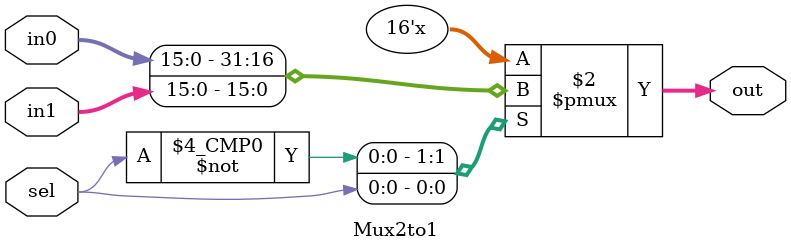
<source format=v>
module Mux2to1(
    input wire [15:0] in0,    // 16-bit input 0
    input wire [15:0] in1,    // 16-bit input 1
    input wire  sel,          // 1-bit selector
    output reg [15:0] out     // 16-bit output
);


    always @(*) begin
        case (sel)
            1'b0: out = in0;  
            1'b1: out = in1;  
        endcase
    end

endmodule



</source>
